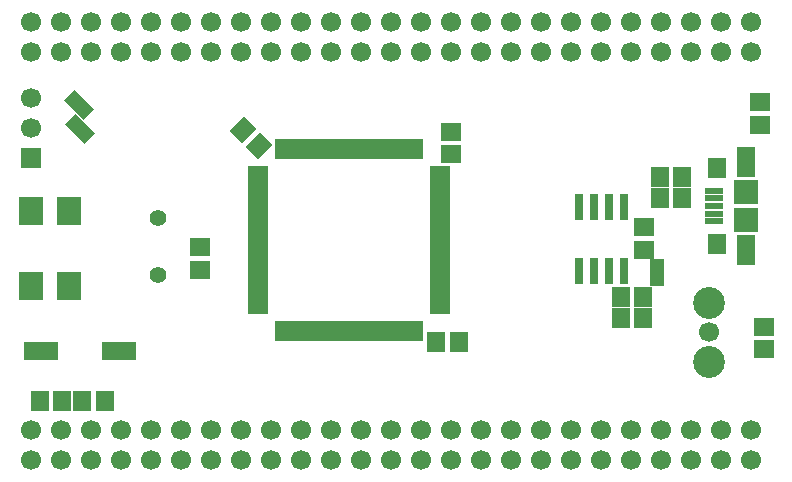
<source format=gbr>
G04 DipTrace 3.2.0.1*
G04 Âåðõíÿÿìàñêà.gbr*
%MOMM*%
G04 #@! TF.FileFunction,Soldermask,Top*
G04 #@! TF.Part,Single*
%AMOUTLINE1*
4,1,4,
-1.13135,-0.0707,
0.0707,1.13135,
1.13135,0.0707,
-0.0707,-1.13135,
-1.13135,-0.0707,
0*%
%AMOUTLINE4*
4,1,5,
0.39499,0.45357,
0.98995,-0.14144,
0.14144,-0.98995,
-0.45357,-0.39499,
-0.45357,0.45357,
0.39499,0.45357,
0*%
%AMOUTLINE7*
4,1,5,
0.38283,-1.23135,
-0.63639,-0.21213,
0.21213,0.63639,
1.23135,-0.38283,
0.38283,-0.38283,
0.38283,-1.23135,
0*%
%AMOUTLINE10*
4,1,5,
0.6,0.04142,
0.6,-0.8,
-0.6,-0.8,
-0.6,0.04142,
0.0,0.64142,
0.6,0.04142,
0*%
%AMOUTLINE13*
4,1,5,
-0.6,-1.14142,
-0.6,0.3,
0.6,0.3,
0.6,-1.14142,
0.0,-0.54142,
-0.6,-1.14142,
0*%
%ADD26R,1.6X1.8*%
%ADD64R,2.1X2.4*%
%ADD66C,1.4192*%
%ADD72R,0.8X2.2*%
%ADD74R,0.5X1.8*%
%ADD76R,1.8X0.5*%
%ADD85C,2.7*%
%ADD87R,2.1X2.0*%
%ADD89R,1.5X2.5*%
%ADD92R,1.55X0.6*%
%ADD94C,1.7*%
%ADD96R,1.7X1.7*%
%ADD104R,1.5X1.7*%
%ADD106R,1.7X1.5*%
%ADD108R,2.85X1.6*%
%ADD116OUTLINE1*%
%ADD119OUTLINE4*%
%ADD122OUTLINE7*%
%ADD125OUTLINE10*%
%ADD128OUTLINE13*%
%FSLAX35Y35*%
G04*
G71*
G90*
G75*
G01*
G04 TopMask*
%LPD*%
D108*
X2000000Y2170000D3*
X1340000D3*
D116*
X3050000Y4040000D3*
X3184353Y3905647D3*
D106*
X4810000Y4030000D3*
Y3840000D3*
X6450000Y3220000D3*
Y3030000D3*
D104*
X4880000Y2250000D3*
X4690000D3*
D106*
X7430000Y4090000D3*
Y4280000D3*
X7460000Y2380000D3*
Y2190000D3*
D104*
X1330000Y1750000D3*
X1520000D3*
D96*
X1260000Y3810000D3*
D94*
Y4064000D3*
Y4318000D3*
D92*
X7040000Y3270000D3*
Y3335000D3*
Y3400000D3*
Y3465000D3*
Y3530000D3*
D26*
X7062500Y3080000D3*
Y3720000D3*
D89*
X7307500Y3025000D3*
Y3775000D3*
D87*
Y3285000D3*
Y3515000D3*
D85*
X7000000Y2580000D3*
Y2076000D3*
D94*
Y2330000D3*
X6337000Y4708000D3*
X1257000D3*
X6337000Y4962000D3*
X6591000Y4708000D3*
Y4962000D3*
X6845000Y4708000D3*
Y4962000D3*
X7099000Y4708000D3*
Y4962000D3*
X1257000D3*
X1511000Y4708000D3*
Y4962000D3*
X1765000Y4708000D3*
Y4962000D3*
X2019000Y4708000D3*
Y4962000D3*
X2273000Y4708000D3*
Y4962000D3*
X2527000Y4708000D3*
Y4962000D3*
X2781000Y4708000D3*
Y4962000D3*
X3035000Y4708000D3*
Y4962000D3*
X3289000Y4708000D3*
Y4962000D3*
X3543000Y4708000D3*
Y4962000D3*
X3797000Y4708000D3*
Y4962000D3*
X4051000Y4708000D3*
Y4962000D3*
X4305000Y4708000D3*
Y4962000D3*
X4559000Y4708000D3*
Y4962000D3*
X4813000Y4708000D3*
Y4962000D3*
X5067000Y4708000D3*
Y4962000D3*
X5321000Y4708000D3*
Y4962000D3*
X5575000Y4708000D3*
Y4962000D3*
X5829000Y4708000D3*
Y4962000D3*
X6083000Y4708000D3*
Y4962000D3*
X7353000Y4708000D3*
Y4962000D3*
X7354000Y1500000D3*
X7100000D3*
X7354000Y1246000D3*
X1258000D3*
X7100000D3*
X6846000Y1500000D3*
Y1246000D3*
X6592000Y1500000D3*
Y1246000D3*
X6338000Y1500000D3*
Y1246000D3*
X1258000Y1500000D3*
X1512000Y1246000D3*
Y1500000D3*
X1766000Y1246000D3*
Y1500000D3*
X2020000Y1246000D3*
Y1500000D3*
X2274000Y1246000D3*
Y1500000D3*
X2528000Y1246000D3*
Y1500000D3*
X2782000Y1246000D3*
Y1500000D3*
X3036000Y1246000D3*
Y1500000D3*
X3290000Y1246000D3*
Y1500000D3*
X3544000Y1246000D3*
Y1500000D3*
X3798000Y1246000D3*
Y1500000D3*
X4052000Y1246000D3*
Y1500000D3*
X4306000Y1246000D3*
Y1500000D3*
X4560000Y1246000D3*
Y1500000D3*
X4814000Y1246000D3*
Y1500000D3*
X5068000Y1246000D3*
Y1500000D3*
X5322000Y1246000D3*
Y1500000D3*
X5576000Y1246000D3*
Y1500000D3*
X5830000Y1246000D3*
Y1500000D3*
X6084000Y1246000D3*
Y1500000D3*
D119*
X1690000Y4230000D3*
D122*
X1605147Y4314853D3*
D119*
X1700000Y4030000D3*
D122*
X1615147Y4114853D3*
D125*
X6560000Y2800000D3*
D128*
Y2920000D3*
D104*
X6580000Y3650000D3*
X6770000D3*
X6580000Y3470000D3*
X6770000D3*
D106*
X2690000Y3050000D3*
Y2860000D3*
D104*
X6440000Y2630000D3*
X6250000D3*
X6440000Y2450000D3*
X6250000D3*
X1880000Y1750000D3*
X1690000D3*
D76*
X3180000Y3710000D3*
Y3660000D3*
Y3610000D3*
Y3560000D3*
Y3510000D3*
Y3460000D3*
Y3410000D3*
Y3360000D3*
Y3310000D3*
Y3260000D3*
Y3210000D3*
Y3160000D3*
Y3110000D3*
Y3060000D3*
Y3010000D3*
Y2960000D3*
Y2910000D3*
Y2860000D3*
Y2810000D3*
Y2760000D3*
Y2710000D3*
Y2660000D3*
Y2610000D3*
Y2560000D3*
Y2510000D3*
D74*
X3350000Y2340000D3*
X3400000D3*
X3450000D3*
X3500000D3*
X3550000D3*
X3600000D3*
X3650000D3*
X3700000D3*
X3750000D3*
X3800000D3*
X3850000D3*
X3900000D3*
X3950000D3*
X4000000D3*
X4050000D3*
X4100000D3*
X4150000D3*
X4200000D3*
X4250000D3*
X4300000D3*
X4350000D3*
X4400000D3*
X4450000D3*
X4500000D3*
X4550000D3*
D76*
X4720000Y2510000D3*
Y2560000D3*
Y2610000D3*
Y2660000D3*
Y2710000D3*
Y2760000D3*
Y2810000D3*
Y2860000D3*
Y2910000D3*
Y2960000D3*
Y3010000D3*
Y3060000D3*
Y3110000D3*
Y3160000D3*
Y3210000D3*
Y3260000D3*
Y3310000D3*
Y3360000D3*
Y3410000D3*
Y3460000D3*
Y3510000D3*
Y3560000D3*
Y3610000D3*
Y3660000D3*
Y3710000D3*
D74*
X4550000Y3880000D3*
X4500000D3*
X4450000D3*
X4400000D3*
X4350000D3*
X4300000D3*
X4250000D3*
X4200000D3*
X4150000D3*
X4100000D3*
X4050000D3*
X4000000D3*
X3950000D3*
X3900000D3*
X3850000D3*
X3800000D3*
X3750000D3*
X3700000D3*
X3650000D3*
X3600000D3*
X3550000D3*
X3500000D3*
X3450000D3*
X3400000D3*
X3350000D3*
D72*
X6280000Y3390000D3*
X6153000D3*
X6026000D3*
X5899000D3*
Y2850000D3*
X6026000D3*
X6153000D3*
X6280000D3*
D66*
X2330000Y2820000D3*
Y3302600D3*
D64*
X1260000Y3360000D3*
X1582493Y3361073D3*
Y2721073D3*
X1260000Y2720000D3*
M02*

</source>
